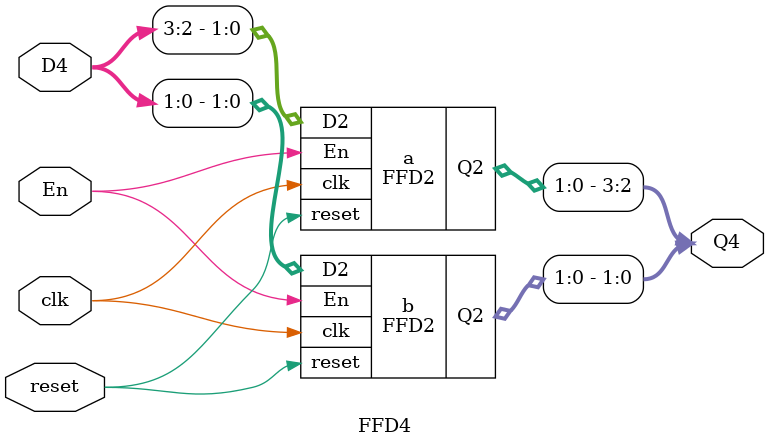
<source format=v>
module FFD(input wire clk, reset, En, D, output reg Q);

    always@(posedge clk or posedge reset) begin
        if(reset)
            Q <= 1'b0;
        else if (En)
            Q <= D;
    end
endmodule

//dos bits
module FFD2(input wire clk, reset, En,
            input wire [1:0]D2,
            output wire [1:0]Q2);

    FFD a(clk, reset, En, D2[1], Q2[1]);
    FFD b(clk, reset, En, D2[0], Q2[0]);
endmodule

//cuatro bits
module FFD4(input wire clk, reset, En,
            input wire [3:0]D4,
            output wire [3:0]Q4);
    
    FFD2 a(clk, reset, En, D4[3:2], Q4[3:2]);
    FFD2 b(clk, reset, En, D4[1:0], Q4[1:0]);
endmodule
</source>
